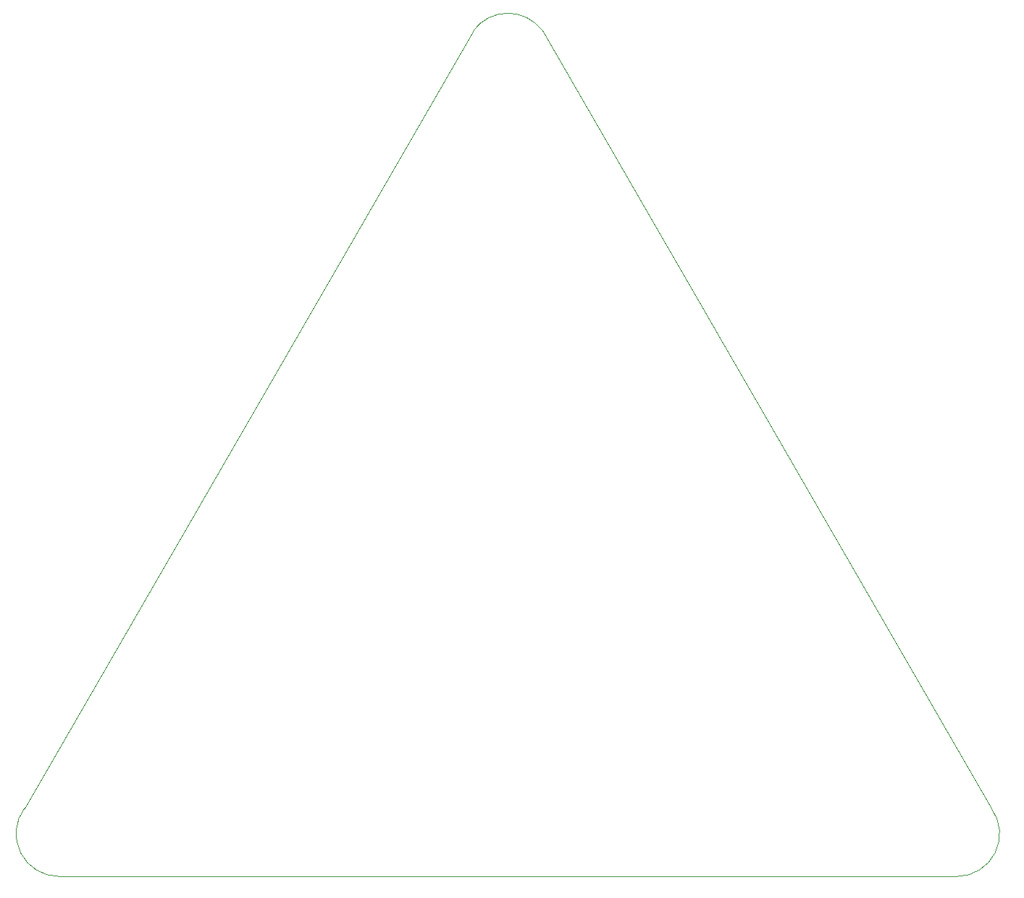
<source format=gbr>
G04 #@! TF.GenerationSoftware,KiCad,Pcbnew,5.1.5+dfsg1-2build2*
G04 #@! TF.CreationDate,2022-03-22T13:14:10-03:00*
G04 #@! TF.ProjectId,Robot3WD,526f626f-7433-4574-942e-6b696361645f,rev?*
G04 #@! TF.SameCoordinates,Original*
G04 #@! TF.FileFunction,Profile,NP*
%FSLAX46Y46*%
G04 Gerber Fmt 4.6, Leading zero omitted, Abs format (unit mm)*
G04 Created by KiCad (PCBNEW 5.1.5+dfsg1-2build2) date 2022-03-22 13:14:10*
%MOMM*%
%LPD*%
G04 APERTURE LIST*
%ADD10C,0.050000*%
G04 APERTURE END LIST*
D10*
X159000000Y-140000000D02*
G75*
G02X155000000Y-148000000I-4000000J-3000000D01*
G01*
X98500000Y-49000001D02*
G75*
G02X106499999Y-49000000I4000000J-2999999D01*
G01*
X50000001Y-147999999D02*
G75*
G02X46000000Y-140000001I-1J4999999D01*
G01*
X155000000Y-148000000D02*
X50000000Y-148000000D01*
X106500000Y-49000000D02*
X159000000Y-140000000D01*
X46000000Y-140000000D02*
X98500000Y-49000000D01*
M02*

</source>
